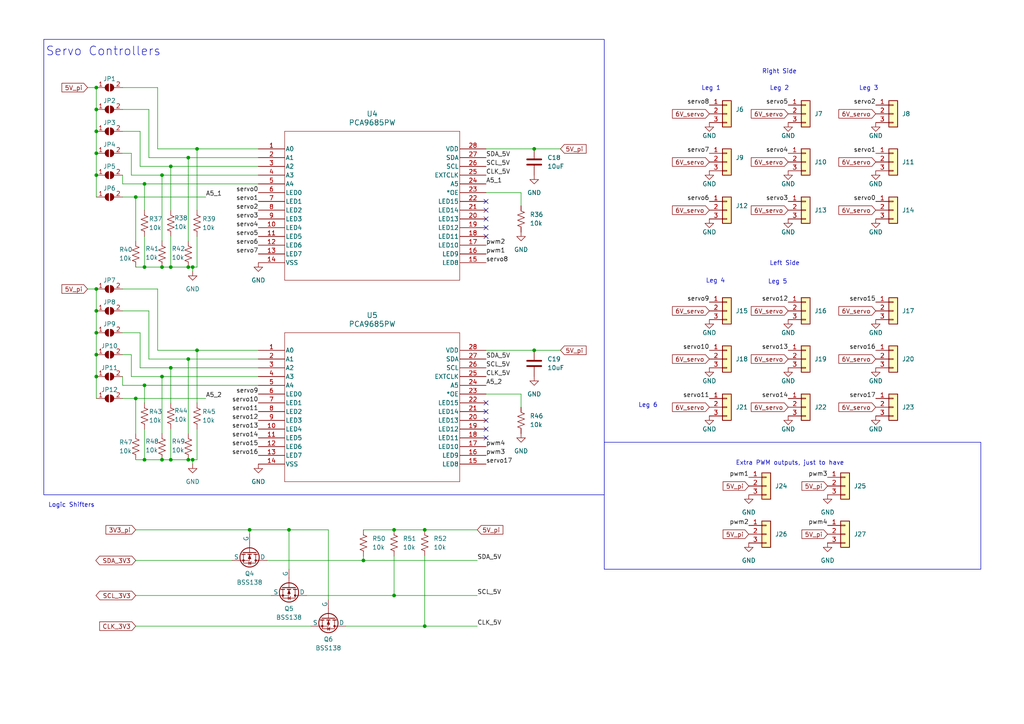
<source format=kicad_sch>
(kicad_sch (version 20231120) (generator "eeschema") (generator_version "8.0")
  (paper "A4")
  (lib_symbols
    (symbol "Alecs_Lib:PCA9685PW" (pin_names (offset 0.254))
      (property "Reference" "U" (at 33.02 10.16 0))
      (property "Value" "PCA9685PW" (at 33.02 7.62 0))
      (property "Footprint" "SOT361-1_NXP" (at 0 0 0))
      (property "Datasheet" "https://www.digikey.be/htmldatasheets/production/1640697/0/0/1/PCA9685-Datasheet.pdf" (at 0 0 0))
      (symbol "PCA9685PW_0_1"
        (polyline (pts (xy 7.62 -38.1) (xy 58.42 -38.1)) (stroke (width 0.127)))
        (polyline (pts (xy 7.62 5.08) (xy 7.62 -38.1)) (stroke (width 0.127)))
        (polyline (pts (xy 58.42 -38.1) (xy 58.42 5.08)) (stroke (width 0.127)))
        (polyline (pts (xy 58.42 5.08) (xy 7.62 5.08)) (stroke (width 0.127)))
        (pin unspecified line (at 0 0 0) (length 7.62) (name "A0") (number "1"))
        (pin unspecified line (at 0 -22.86 0) (length 7.62) (name "LED4") (number "10"))
        (pin unspecified line (at 0 -25.4 0) (length 7.62) (name "LED5") (number "11"))
        (pin unspecified line (at 0 -27.94 0) (length 7.62) (name "LED6") (number "12"))
        (pin unspecified line (at 0 -30.48 0) (length 7.62) (name "LED7") (number "13"))
        (pin unspecified line (at 0 -33.02 0) (length 7.62) (name "VSS") (number "14"))
        (pin unspecified line (at 66.04 -33.02 180) (length 7.62) (name "LED8") (number "15"))
        (pin unspecified line (at 66.04 -30.48 180) (length 7.62) (name "LED9") (number "16"))
        (pin unspecified line (at 66.04 -27.94 180) (length 7.62) (name "LED10") (number "17"))
        (pin unspecified line (at 66.04 -25.4 180) (length 7.62) (name "LED11") (number "18"))
        (pin unspecified line (at 66.04 -22.86 180) (length 7.62) (name "LED12") (number "19"))
        (pin unspecified line (at 0 -2.54 0) (length 7.62) (name "A1") (number "2"))
        (pin unspecified line (at 66.04 -20.32 180) (length 7.62) (name "LED13") (number "20"))
        (pin unspecified line (at 66.04 -17.78 180) (length 7.62) (name "LED14") (number "21"))
        (pin unspecified line (at 66.04 -15.24 180) (length 7.62) (name "LED15") (number "22"))
        (pin unspecified line (at 66.04 -12.7 180) (length 7.62) (name "*OE") (number "23"))
        (pin unspecified line (at 66.04 -10.16 180) (length 7.62) (name "A5") (number "24"))
        (pin unspecified line (at 66.04 -7.62 180) (length 7.62) (name "EXTCLK") (number "25"))
        (pin unspecified line (at 66.04 -5.08 180) (length 7.62) (name "SCL") (number "26"))
        (pin unspecified line (at 66.04 -2.54 180) (length 7.62) (name "SDA") (number "27"))
        (pin unspecified line (at 66.04 0 180) (length 7.62) (name "VDD") (number "28"))
        (pin unspecified line (at 0 -5.08 0) (length 7.62) (name "A2") (number "3"))
        (pin unspecified line (at 0 -7.62 0) (length 7.62) (name "A3") (number "4"))
        (pin unspecified line (at 0 -10.16 0) (length 7.62) (name "A4") (number "5"))
        (pin unspecified line (at 0 -12.7 0) (length 7.62) (name "LED0") (number "6"))
        (pin unspecified line (at 0 -15.24 0) (length 7.62) (name "LED1") (number "7"))
        (pin unspecified line (at 0 -17.78 0) (length 7.62) (name "LED2") (number "8"))
        (pin unspecified line (at 0 -20.32 0) (length 7.62) (name "LED3") (number "9"))
      )
    )
    (symbol "Connector_Generic:Conn_01x03" (pin_names (offset 1.016) hide)
      (property "Reference" "J" (at 0 5.08 0))
      (property "Value" "Conn_01x03" (at 0 -5.08 0))
      (symbol "Conn_01x03_1_1"
        (rectangle (start -1.27 -2.413) (end 0 -2.667) (stroke (width 0.1524)))
        (rectangle (start -1.27 0.127) (end 0 -0.127) (stroke (width 0.1524)))
        (rectangle (start -1.27 2.667) (end 0 2.413) (stroke (width 0.1524)))
        (rectangle (start -1.27 3.81) (end 1.27 -3.81) (stroke (width 0.254)) (fill (type background)))
        (pin passive line (at -5.08 2.54 0) (length 3.81) (name "Pin_1") (number "1"))
        (pin passive line (at -5.08 0 0) (length 3.81) (name "Pin_2") (number "2"))
        (pin passive line (at -5.08 -2.54 0) (length 3.81) (name "Pin_3") (number "3"))
      )
    )
    (symbol "Device:C" (pin_numbers hide) (pin_names (offset 0.254))
      (property "Reference" "C" (at 0.635 2.54 0))
      (property "Value" "C" (at 0.635 -2.54 0))
      (symbol "C_0_1"
        (polyline (pts (xy -2.032 -0.762) (xy 2.032 -0.762)) (stroke (width 0.508)))
        (polyline (pts (xy -2.032 0.762) (xy 2.032 0.762)) (stroke (width 0.508)))
      )
      (symbol "C_1_1"
        (pin passive line (at 0 3.81 270) (length 2.794) (name "~") (number "1"))
        (pin passive line (at 0 -3.81 90) (length 2.794) (name "~") (number "2"))
      )
    )
    (symbol "Device:R_US" (pin_numbers hide) (pin_names (offset 0))
      (property "Reference" "R" (at 2.54 0 90))
      (property "Value" "R_US" (at -2.54 0 90))
      (symbol "R_US_0_1"
        (polyline (pts (xy 0 -2.286) (xy 0 -2.54)))
        (polyline (pts (xy 0 2.286) (xy 0 2.54)))
        (polyline (pts (xy 0 -0.762) (xy 1.016 -1.143) (xy 0 -1.524) (xy -1.016 -1.905) (xy 0 -2.286)))
        (polyline (pts (xy 0 0.762) (xy 1.016 0.381) (xy 0 0) (xy -1.016 -0.381) (xy 0 -0.762)))
        (polyline (pts (xy 0 2.286) (xy 1.016 1.905) (xy 0 1.524) (xy -1.016 1.143) (xy 0 0.762)))
      )
      (symbol "R_US_1_1"
        (pin passive line (at 0 3.81 270) (length 1.27) (name "~") (number "1"))
        (pin passive line (at 0 -3.81 90) (length 1.27) (name "~") (number "2"))
      )
    )
    (symbol "GND_1" (power) (pin_numbers hide) (pin_names (offset 0) hide)
      (property "Value" "GND" (at 0 -3.81 0))
      (symbol "GND_1_0_1"
        (polyline (pts (xy 0 0) (xy 0 -1.27) (xy 1.27 -1.27) (xy 0 -2.54) (xy -1.27 -1.27) (xy 0 -1.27)))
      )
      (symbol "GND_1_1_1"
        (pin power_in line (at 0 0 270) (length 0) (name "~") (number "1"))
      )
    )
    (symbol "GND_2" (power) (pin_numbers hide) (pin_names (offset 0) hide)
      (property "Value" "GND" (at 0 -3.81 0))
      (symbol "GND_2_0_1"
        (polyline (pts (xy 0 0) (xy 0 -1.27) (xy 1.27 -1.27) (xy 0 -2.54) (xy -1.27 -1.27) (xy 0 -1.27)))
      )
      (symbol "GND_2_1_1"
        (pin power_in line (at 0 0 270) (length 0) (name "~") (number "1"))
      )
    )
    (symbol "Jumper:SolderJumper_2_Open" (pin_names (offset 0) hide)
      (property "Reference" "JP" (at 0 2.032 0))
      (property "Value" "SolderJumper_2_Open" (at 0 -2.54 0))
      (symbol "SolderJumper_2_Open_0_1"
        (arc (start -0.254 1.016) (mid -1.2656 0) (end -0.254 -1.016))
        (arc (start -0.254 1.016) (mid -1.2656 0) (end -0.254 -1.016) (fill (type outline)))
        (polyline (pts (xy -0.254 1.016) (xy -0.254 -1.016)))
        (polyline (pts (xy 0.254 1.016) (xy 0.254 -1.016)))
        (arc (start 0.254 -1.016) (mid 1.2656 0) (end 0.254 1.016))
        (arc (start 0.254 -1.016) (mid 1.2656 0) (end 0.254 1.016) (fill (type outline)))
      )
      (symbol "SolderJumper_2_Open_1_1"
        (pin passive line (at -3.81 0 0) (length 2.54) (name "A") (number "1"))
        (pin passive line (at 3.81 0 180) (length 2.54) (name "B") (number "2"))
      )
    )
    (symbol "Simulation_SPICE:NMOS" (pin_numbers hide) (pin_names (offset 0))
      (property "Reference" "Q" (at 5.08 1.27 0))
      (property "Value" "NMOS" (at 5.08 -1.27 0))
      (symbol "NMOS_0_1"
        (polyline (pts (xy 0.254 0) (xy -2.54 0)))
        (polyline (pts (xy 0.254 1.905) (xy 0.254 -1.905)) (stroke (width 0.254)))
        (polyline (pts (xy 0.762 -1.27) (xy 0.762 -2.286)) (stroke (width 0.254)))
        (polyline (pts (xy 0.762 0.508) (xy 0.762 -0.508)) (stroke (width 0.254)))
        (polyline (pts (xy 0.762 2.286) (xy 0.762 1.27)) (stroke (width 0.254)))
        (polyline (pts (xy 2.54 2.54) (xy 2.54 1.778)))
        (polyline (pts (xy 2.54 -2.54) (xy 2.54 0) (xy 0.762 0)))
        (polyline (pts (xy 0.762 -1.778) (xy 3.302 -1.778) (xy 3.302 1.778) (xy 0.762 1.778)))
        (polyline (pts (xy 1.016 0) (xy 2.032 0.381) (xy 2.032 -0.381) (xy 1.016 0)) (fill (type outline)))
        (polyline (pts (xy 2.794 0.508) (xy 2.921 0.381) (xy 3.683 0.381) (xy 3.81 0.254)))
        (polyline (pts (xy 3.302 0.381) (xy 2.921 -0.254) (xy 3.683 -0.254) (xy 3.302 0.381)))
        (circle (center 1.651 0) (radius 2.794) (stroke (width 0.254)))
        (circle (center 2.54 -1.778) (radius 0.254) (fill (type outline)))
        (circle (center 2.54 1.778) (radius 0.254) (fill (type outline)))
      )
      (symbol "NMOS_1_1"
        (pin passive line (at 2.54 5.08 270) (length 2.54) (name "D") (number "1"))
        (pin input line (at -5.08 0 0) (length 2.54) (name "G") (number "2"))
        (pin passive line (at 2.54 -5.08 90) (length 2.54) (name "S") (number "3"))
      )
    )
    (symbol "power:GND" (power) (pin_names (offset 0))
      (property "Value" "GND" (at 0 -3.81 0))
      (symbol "GND_0_1"
        (polyline (pts (xy 0 0) (xy 0 -1.27) (xy 1.27 -1.27) (xy 0 -2.54) (xy -1.27 -1.27) (xy 0 -1.27)))
      )
      (symbol "GND_1_1"
        (pin power_in line (at 0 0 270) (length 0) hide (name "GND") (number "1"))
      )
    )
  )
  (junction (at 105.41 162.56))
  (junction (at 154.94 43.18))
  (junction (at 83.82 153.67))
  (junction (at 41.91 53.34))
  (junction (at 39.37 57.15))
  (junction (at 49.53 77.47))
  (junction (at 27.94 44.45))
  (junction (at 55.88 77.47))
  (junction (at 27.94 31.75))
  (junction (at 27.94 102.87))
  (junction (at 46.99 50.8))
  (junction (at 123.19 153.67))
  (junction (at 57.15 101.6))
  (junction (at 27.94 50.8))
  (junction (at 27.94 25.4))
  (junction (at 49.53 48.26))
  (junction (at 114.3 153.67))
  (junction (at 46.99 109.22))
  (junction (at 154.94 101.6))
  (junction (at 41.91 111.76))
  (junction (at 27.94 83.82))
  (junction (at 27.94 96.52))
  (junction (at 27.94 38.1))
  (junction (at 27.94 90.17))
  (junction (at 49.53 133.35))
  (junction (at 54.61 133.35))
  (junction (at 57.15 43.18))
  (junction (at 41.91 77.47))
  (junction (at 123.19 181.61))
  (junction (at 55.88 133.35))
  (junction (at 39.37 115.57))
  (junction (at 114.3 172.72))
  (junction (at 54.61 77.47))
  (junction (at 54.61 45.72))
  (junction (at 27.94 109.22))
  (junction (at 72.39 153.67))
  (junction (at 54.61 104.14))
  (junction (at 46.99 133.35))
  (junction (at 46.99 77.47))
  (junction (at 41.91 133.35))
  (junction (at 49.53 106.68))
  (no_connect (at 140.97 121.92))
  (no_connect (at 140.97 127))
  (no_connect (at 140.97 116.84))
  (no_connect (at 140.97 119.38))
  (no_connect (at 140.97 124.46))
  (no_connect (at 140.97 58.42))
  (no_connect (at 140.97 60.96))
  (no_connect (at 140.97 68.58))
  (no_connect (at 140.97 66.04))
  (no_connect (at 140.97 63.5))
  (wire (pts (xy 54.61 133.35) (xy 55.88 133.35)))
  (wire (pts (xy 49.53 133.35) (xy 54.61 133.35)))
  (wire (pts (xy 27.94 90.17) (xy 27.94 96.52)))
  (wire (pts (xy 27.94 96.52) (xy 27.94 102.87)))
  (wire (pts (xy 123.19 181.61) (xy 123.19 161.29)))
  (wire (pts (xy 38.1 50.8) (xy 46.99 50.8)))
  (wire (pts (xy 41.91 111.76) (xy 41.91 116.84)))
  (wire (pts (xy 46.99 133.35) (xy 49.53 133.35)))
  (wire (pts (xy 123.19 181.61) (xy 138.43 181.61)))
  (wire (pts (xy 57.15 43.18) (xy 74.93 43.18)))
  (wire (pts (xy 83.82 153.67) (xy 83.82 165.1)))
  (wire (pts (xy 114.3 172.72) (xy 88.9 172.72)))
  (wire (pts (xy 77.47 162.56) (xy 105.41 162.56)))
  (wire (pts (xy 39.37 153.67) (xy 72.39 153.67)))
  (wire (pts (xy 46.99 50.8) (xy 74.93 50.8)))
  (wire (pts (xy 49.53 106.68) (xy 74.93 106.68)))
  (wire (pts (xy 35.56 25.4) (xy 45.72 25.4)))
  (wire (pts (xy 39.37 115.57) (xy 59.69 115.57)))
  (wire (pts (xy 35.56 50.8) (xy 35.56 53.34)))
  (wire (pts (xy 25.4 25.4) (xy 27.94 25.4)))
  (wire (pts (xy 27.94 44.45) (xy 27.94 50.8)))
  (wire (pts (xy 45.72 83.82) (xy 45.72 101.6)))
  (wire (pts (xy 105.41 162.56) (xy 138.43 162.56)))
  (wire (pts (xy 39.37 133.35) (xy 41.91 133.35)))
  (wire (pts (xy 105.41 161.29) (xy 105.41 162.56)))
  (wire (pts (xy 38.1 102.87) (xy 38.1 109.22)))
  (wire (pts (xy 57.15 133.35) (xy 55.88 133.35)))
  (wire (pts (xy 39.37 57.15) (xy 59.69 57.15)))
  (wire (pts (xy 114.3 161.29) (xy 114.3 172.72)))
  (wire (pts (xy 55.88 133.35) (xy 55.88 134.62)))
  (wire (pts (xy 54.61 104.14) (xy 54.61 125.73)))
  (wire (pts (xy 154.94 43.18) (xy 140.97 43.18)))
  (wire (pts (xy 27.94 25.4) (xy 27.94 31.75)))
  (wire (pts (xy 49.53 48.26) (xy 49.53 60.96)))
  (wire (pts (xy 57.15 68.58) (xy 57.15 77.47)))
  (wire (pts (xy 49.53 48.26) (xy 74.93 48.26)))
  (wire (pts (xy 46.99 50.8) (xy 46.99 69.85)))
  (wire (pts (xy 27.94 83.82) (xy 27.94 90.17)))
  (wire (pts (xy 57.15 101.6) (xy 74.93 101.6)))
  (wire (pts (xy 41.91 124.46) (xy 41.91 133.35)))
  (wire (pts (xy 41.91 133.35) (xy 46.99 133.35)))
  (wire (pts (xy 39.37 181.61) (xy 90.17 181.61)))
  (wire (pts (xy 151.13 55.88) (xy 151.13 59.69)))
  (wire (pts (xy 35.56 38.1) (xy 40.64 38.1)))
  (wire (pts (xy 40.64 38.1) (xy 40.64 48.26)))
  (wire (pts (xy 27.94 31.75) (xy 27.94 38.1)))
  (wire (pts (xy 162.56 43.18) (xy 154.94 43.18)))
  (wire (pts (xy 83.82 153.67) (xy 95.25 153.67)))
  (wire (pts (xy 35.56 44.45) (xy 38.1 44.45)))
  (wire (pts (xy 46.99 77.47) (xy 49.53 77.47)))
  (wire (pts (xy 43.18 45.72) (xy 54.61 45.72)))
  (wire (pts (xy 45.72 101.6) (xy 57.15 101.6)))
  (wire (pts (xy 49.53 77.47) (xy 54.61 77.47)))
  (wire (pts (xy 35.56 83.82) (xy 45.72 83.82)))
  (wire (pts (xy 114.3 172.72) (xy 138.43 172.72)))
  (wire (pts (xy 39.37 77.47) (xy 41.91 77.47)))
  (wire (pts (xy 43.18 31.75) (xy 43.18 45.72)))
  (wire (pts (xy 140.97 114.3) (xy 151.13 114.3)))
  (wire (pts (xy 27.94 102.87) (xy 27.94 109.22)))
  (wire (pts (xy 25.4 83.82) (xy 27.94 83.82)))
  (wire (pts (xy 151.13 114.3) (xy 151.13 118.11)))
  (wire (pts (xy 55.88 77.47) (xy 55.88 78.74)))
  (wire (pts (xy 46.99 109.22) (xy 46.99 125.73)))
  (wire (pts (xy 54.61 77.47) (xy 55.88 77.47)))
  (wire (pts (xy 35.56 57.15) (xy 39.37 57.15)))
  (wire (pts (xy 114.3 153.67) (xy 123.19 153.67)))
  (wire (pts (xy 27.94 109.22) (xy 27.94 115.57)))
  (wire (pts (xy 95.25 153.67) (xy 95.25 173.99)))
  (wire (pts (xy 49.53 106.68) (xy 49.53 116.84)))
  (wire (pts (xy 35.56 115.57) (xy 39.37 115.57)))
  (wire (pts (xy 27.94 38.1) (xy 27.94 44.45)))
  (wire (pts (xy 40.64 48.26) (xy 49.53 48.26)))
  (wire (pts (xy 154.94 101.6) (xy 140.97 101.6)))
  (wire (pts (xy 100.33 181.61) (xy 123.19 181.61)))
  (wire (pts (xy 39.37 57.15) (xy 39.37 69.85)))
  (wire (pts (xy 57.15 43.18) (xy 57.15 60.96)))
  (wire (pts (xy 140.97 55.88) (xy 151.13 55.88)))
  (wire (pts (xy 41.91 77.47) (xy 46.99 77.47)))
  (wire (pts (xy 27.94 50.8) (xy 27.94 57.15)))
  (wire (pts (xy 35.56 31.75) (xy 43.18 31.75)))
  (wire (pts (xy 35.56 109.22) (xy 35.56 111.76)))
  (wire (pts (xy 57.15 124.46) (xy 57.15 133.35)))
  (wire (pts (xy 46.99 109.22) (xy 74.93 109.22)))
  (wire (pts (xy 49.53 68.58) (xy 49.53 77.47)))
  (wire (pts (xy 39.37 162.56) (xy 67.31 162.56)))
  (wire (pts (xy 35.56 90.17) (xy 43.18 90.17)))
  (wire (pts (xy 39.37 115.57) (xy 39.37 125.73)))
  (wire (pts (xy 43.18 104.14) (xy 54.61 104.14)))
  (wire (pts (xy 38.1 44.45) (xy 38.1 50.8)))
  (wire (pts (xy 40.64 106.68) (xy 49.53 106.68)))
  (wire (pts (xy 41.91 68.58) (xy 41.91 77.47)))
  (wire (pts (xy 105.41 153.67) (xy 114.3 153.67)))
  (wire (pts (xy 35.56 96.52) (xy 40.64 96.52)))
  (wire (pts (xy 35.56 53.34) (xy 41.91 53.34)))
  (wire (pts (xy 41.91 53.34) (xy 41.91 60.96)))
  (wire (pts (xy 35.56 111.76) (xy 41.91 111.76)))
  (wire (pts (xy 41.91 53.34) (xy 74.93 53.34)))
  (wire (pts (xy 72.39 153.67) (xy 83.82 153.67)))
  (wire (pts (xy 49.53 124.46) (xy 49.53 133.35)))
  (wire (pts (xy 57.15 101.6) (xy 57.15 116.84)))
  (wire (pts (xy 45.72 25.4) (xy 45.72 43.18)))
  (wire (pts (xy 57.15 77.47) (xy 55.88 77.47)))
  (wire (pts (xy 54.61 45.72) (xy 74.93 45.72)))
  (wire (pts (xy 54.61 104.14) (xy 74.93 104.14)))
  (wire (pts (xy 123.19 153.67) (xy 138.43 153.67)))
  (wire (pts (xy 72.39 153.67) (xy 72.39 154.94)))
  (wire (pts (xy 40.64 96.52) (xy 40.64 106.68)))
  (wire (pts (xy 41.91 111.76) (xy 74.93 111.76)))
  (wire (pts (xy 45.72 43.18) (xy 57.15 43.18)))
  (wire (pts (xy 38.1 109.22) (xy 46.99 109.22)))
  (wire (pts (xy 35.56 102.87) (xy 38.1 102.87)))
  (wire (pts (xy 54.61 45.72) (xy 54.61 69.85)))
  (wire (pts (xy 39.37 172.72) (xy 78.74 172.72)))
  (wire (pts (xy 43.18 90.17) (xy 43.18 104.14)))
  (wire (pts (xy 162.56 101.6) (xy 154.94 101.6)))
  (rectangle (start 175.26 128.27) (end 284.48 165.1))
  (rectangle (start 12.7 11.43) (end 175.26 143.51))
  (text "Leg 3" (at 251.968 25.654 0) (effects (font (size 1.27 1.27))))
  (text "Leg 2" (at 226.06 25.654 0) (effects (font (size 1.27 1.27))))
  (text "Extra PWM outputs, just to have" (at 229.108 134.366 0) (effects (font (size 1.27 1.27))))
  (text "Right Side" (at 226.06 20.828 0) (effects (font (size 1.27 1.27))))
  (text "Leg 6" (at 187.96 117.602 0) (effects (font (size 1.27 1.27))))
  (text "Logic Shifters" (at 13.97 147.32 0) (effects (font (size 1.27 1.27)) (justify left bottom)))
  (text "Leg 4" (at 207.518 81.534 0) (effects (font (size 1.27 1.27))))
  (text "Leg 5" (at 225.552 81.788 0) (effects (font (size 1.27 1.27))))
  (text "Left Side" (at 227.584 76.454 0) (effects (font (size 1.27 1.27))))
  (text "Leg 1\n" (at 206.248 25.654 0) (effects (font (size 1.27 1.27))))
  (text "Servo Controllers" (at 29.972 14.986 0) (effects (font (size 2.54 2.54))))
  (label "servo9" (at 74.93 114.3 180))
  (label "servo7" (at 74.93 73.66 180))
  (label "pwm1" (at 140.97 73.66 0))
  (label "SCL_5V" (at 140.97 48.26 0))
  (label "servo10" (at 205.74 101.6 180))
  (label "SCL_5V" (at 140.97 106.68 0))
  (label "servo1" (at 254 44.45 180))
  (label "A5_2" (at 59.69 115.57 0))
  (label "servo2" (at 74.93 60.96 180))
  (label "servo15" (at 74.93 129.54 180))
  (label "servo11" (at 205.74 115.57 180))
  (label "SDA_5V" (at 140.97 104.14 0))
  (label "pwm3" (at 240.03 138.43 180))
  (label "A5_1" (at 59.69 57.15 0))
  (label "servo13" (at 74.93 124.46 180))
  (label "servo2" (at 254 30.48 180))
  (label "SCL_5V" (at 138.43 172.72 0))
  (label "servo5" (at 74.93 68.58 180))
  (label "SDA_5V" (at 138.43 162.56 0))
  (label "CLK_5V" (at 140.97 109.22 0))
  (label "servo10" (at 74.93 116.84 180))
  (label "A5_1" (at 140.97 53.34 0))
  (label "pwm2" (at 217.17 152.4 180))
  (label "servo17" (at 140.97 134.62 0))
  (label "servo1" (at 74.93 58.42 180))
  (label "servo0" (at 74.93 55.88 180))
  (label "pwm1" (at 217.17 138.43 180))
  (label "servo14" (at 74.93 127 180))
  (label "A5_2" (at 140.97 111.76 0))
  (label "servo17" (at 254 115.57 180))
  (label "servo11" (at 74.93 119.38 180))
  (label "servo3" (at 74.93 63.5 180))
  (label "pwm3" (at 140.97 132.08 0))
  (label "servo4" (at 228.6 44.45 180))
  (label "servo0" (at 254 58.42 180))
  (label "servo5" (at 228.6 30.48 180))
  (label "servo14" (at 228.6 115.57 180))
  (label "servo13" (at 228.6 101.6 180))
  (label "pwm4" (at 140.97 129.54 0))
  (label "servo9" (at 205.74 87.63 180))
  (label "servo16" (at 254 101.6 180))
  (label "servo6" (at 205.74 58.42 180))
  (label "servo4" (at 74.93 66.04 180))
  (label "CLK_5V" (at 140.97 50.8 0))
  (label "servo15" (at 254 87.63 180))
  (label "servo6" (at 74.93 71.12 180))
  (label "servo8" (at 205.74 30.48 180))
  (label "pwm2" (at 140.97 71.12 0))
  (label "servo3" (at 228.6 58.42 180))
  (label "SDA_5V" (at 140.97 45.72 0))
  (label "servo7" (at 205.74 44.45 180))
  (label "servo8" (at 140.97 76.2 0))
  (label "CLK_5V" (at 138.43 181.61 0))
  (label "servo12" (at 74.93 121.92 180))
  (label "servo16" (at 74.93 132.08 180))
  (label "servo12" (at 228.6 87.63 180))
  (label "pwm4" (at 240.03 152.4 180))
  (global_label "6V_servo" (shape input) (at 254 104.14 180) (property "Intersheetrefs" "${INTERSHEET_REFS}" (effects (hide yes))))
  (global_label "6V_servo" (shape input) (at 205.74 118.11 180) (property "Intersheetrefs" "${INTERSHEET_REFS}" (effects (hide yes))))
  (global_label "SDA_3V3" (shape bidirectional) (at 39.37 162.56 180) (property "Intersheetrefs" "${INTERSHEET_REFS}" (effects (hide yes))))
  (global_label "6V_servo" (shape input) (at 228.6 33.02 180) (property "Intersheetrefs" "${INTERSHEET_REFS}" (effects (hide yes))))
  (global_label "6V_servo" (shape input) (at 254 118.11 180) (property "Intersheetrefs" "${INTERSHEET_REFS}" (effects (hide yes))))
  (global_label "5V_pi" (shape input) (at 25.4 83.82 180) (property "Intersheetrefs" "${INTERSHEET_REFS}" (effects (hide yes))))
  (global_label "5V_pi" (shape input) (at 217.17 140.97 180) (property "Intersheetrefs" "${INTERSHEET_REFS}" (effects (hide yes))))
  (global_label "CLK_3V3" (shape input) (at 39.37 181.61 180) (property "Intersheetrefs" "${INTERSHEET_REFS}" (effects (hide yes))))
  (global_label "5V_pi" (shape input) (at 25.4 25.4 180) (property "Intersheetrefs" "${INTERSHEET_REFS}" (effects (hide yes))))
  (global_label "6V_servo" (shape input) (at 205.74 90.17 180) (property "Intersheetrefs" "${INTERSHEET_REFS}" (effects (hide yes))))
  (global_label "5V_pi" (shape input) (at 217.17 154.94 180) (property "Intersheetrefs" "${INTERSHEET_REFS}" (effects (hide yes))))
  (global_label "5V_pi" (shape input) (at 138.43 153.67 0) (property "Intersheetrefs" "${INTERSHEET_REFS}" (effects (hide yes))))
  (global_label "6V_servo" (shape input) (at 228.6 90.17 180) (property "Intersheetrefs" "${INTERSHEET_REFS}" (effects (hide yes))))
  (global_label "6V_servo" (shape input) (at 228.6 118.11 180) (property "Intersheetrefs" "${INTERSHEET_REFS}" (effects (hide yes))))
  (global_label "5V_pi" (shape input) (at 162.56 101.6 0) (property "Intersheetrefs" "${INTERSHEET_REFS}" (effects (hide yes))))
  (global_label "5V_pi" (shape input) (at 162.56 43.18 0) (property "Intersheetrefs" "${INTERSHEET_REFS}" (effects (hide yes))))
  (global_label "6V_servo" (shape input) (at 254 90.17 180) (property "Intersheetrefs" "${INTERSHEET_REFS}" (effects (hide yes))))
  (global_label "3V3_pi" (shape input) (at 39.37 153.67 180) (property "Intersheetrefs" "${INTERSHEET_REFS}" (effects (hide yes))))
  (global_label "6V_servo" (shape input) (at 254 33.02 180) (property "Intersheetrefs" "${INTERSHEET_REFS}" (effects (hide yes))))
  (global_label "6V_servo" (shape input) (at 228.6 60.96 180) (property "Intersheetrefs" "${INTERSHEET_REFS}" (effects (hide yes))))
  (global_label "6V_servo" (shape input) (at 205.74 104.14 180) (property "Intersheetrefs" "${INTERSHEET_REFS}" (effects (hide yes))))
  (global_label "6V_servo" (shape input) (at 254 60.96 180) (property "Intersheetrefs" "${INTERSHEET_REFS}" (effects (hide yes))))
  (global_label "5V_pi" (shape input) (at 240.03 154.94 180) (property "Intersheetrefs" "${INTERSHEET_REFS}" (effects (hide yes))))
  (global_label "6V_servo" (shape input) (at 228.6 104.14 180) (property "Intersheetrefs" "${INTERSHEET_REFS}" (effects (hide yes))))
  (global_label "6V_servo" (shape input) (at 205.74 33.02 180) (property "Intersheetrefs" "${INTERSHEET_REFS}" (effects (hide yes))))
  (global_label "6V_servo" (shape input) (at 205.74 60.96 180) (property "Intersheetrefs" "${INTERSHEET_REFS}" (effects (hide yes))))
  (global_label "6V_servo" (shape input) (at 228.6 46.99 180) (property "Intersheetrefs" "${INTERSHEET_REFS}" (effects (hide yes))))
  (global_label "6V_servo" (shape input) (at 254 46.99 180) (property "Intersheetrefs" "${INTERSHEET_REFS}" (effects (hide yes))))
  (global_label "6V_servo" (shape input) (at 205.74 46.99 180) (property "Intersheetrefs" "${INTERSHEET_REFS}" (effects (hide yes))))
  (global_label "SCL_3V3" (shape bidirectional) (at 39.37 172.72 180) (property "Intersheetrefs" "${INTERSHEET_REFS}" (effects (hide yes))))
  (global_label "5V_pi" (shape input) (at 240.03 140.97 180) (property "Intersheetrefs" "${INTERSHEET_REFS}" (effects (hide yes))))
  (symbol (lib_id "Connector_Generic:Conn_01x03") (at 259.08 46.99 0) (unit 1)
    (property "Reference" "J11" (at 261.62 46.9899 0) (effects (justify left)))
    (property "Value" "Conn_01x03" (effects (hide yes)))
    (property "Footprint" "Connector_PinSocket_2.54mm:PinSocket_1x03_P2.54mm_Vertical" (effects (hide yes)))
    (property "PART-NUMBER" "M20-9990345" (effects (hide yes)))
  )
  (symbol (lib_id "Simulation_SPICE:NMOS") (at 83.82 170.18 270) (unit 1)
    (property "Reference" "Q5" (at 83.82 176.53 90))
    (property "Value" "BSS138" (at 83.82 179.07 90))
    (property "Footprint" "Spiderbot:SOT-23_3L_ONS" (effects (hide yes)))
    (property "Datasheet" "https://ngspice.sourceforge.io/docs/ngspice-html-manual/manual.xhtml#cha_MOSFETs" (effects (hide yes)))
    (property "Description" "N-MOSFET transistor, drain/source/gate" (effects (hide yes)))
    (property "Sim.Device" "NMOS" (effects (hide yes)))
    (property "Sim.Type" "VDMOS" (effects (hide yes)))
    (property "Sim.Pins" "1=D 2=G 3=S" (effects (hide yes)))
    (property "Link" "https://www.digikey.com/en/products/detail/onsemi/BSS138/244210" (effects (hide yes)))
    (property "PART-NUMBER" "BSS138CT-ND" (effects (hide yes)))
  )
  (symbol (lib_id "power:GND") (at 254 106.68 0) (unit 1)
    (property "Reference" "#PWR049" (effects (hide yes)))
    (property "Value" "GND" (at 254 110.49 0))
  )
  (symbol (lib_id "power:GND") (at 205.74 49.53 0) (unit 1)
    (property "Reference" "#PWR034" (effects (hide yes)))
    (property "Value" "GND" (at 205.74 53.34 0))
  )
  (symbol (lib_id "Connector_Generic:Conn_01x03") (at 210.82 118.11 0) (unit 1)
    (property "Reference" "J21" (at 213.36 118.1099 0) (effects (justify left)))
    (property "Value" "Conn_01x03" (effects (hide yes)))
    (property "Footprint" "Connector_PinSocket_2.54mm:PinSocket_1x03_P2.54mm_Vertical" (effects (hide yes)))
    (property "PART-NUMBER" "M20-9990345" (effects (hide yes)))
  )
  (symbol (lib_id "Jumper:SolderJumper_2_Open") (at 31.75 50.8 0) (unit 1)
    (property "Reference" "JP5" (at 31.75 48.26 0))
    (property "Value" "SolderJumper_2_Open" (effects (hide yes)))
    (property "Footprint" "Resistor_SMD:R_0603_1608Metric_Pad0.98x0.95mm_HandSolder" (effects (hide yes)))
  )
  (symbol (lib_id "Device:R_US") (at 49.53 120.65 0) (unit 1)
    (property "Reference" "R44" (at 50.546 119.126 0) (effects (justify left)))
    (property "Value" "10k" (at 50.546 121.666 0) (effects (justify left)))
    (property "Footprint" "Resistor_SMD:R_0603_1608Metric_Pad0.98x0.95mm_HandSolder" (effects (hide yes)))
    (property "Description" "Resistor, US symbol" (effects (hide yes)))
    (property "PART-NUMBER" "CPF0603F10KC1" (effects (hide yes)))
  )
  (symbol (lib_id "Device:R_US") (at 39.37 129.54 0) (unit 1)
    (property "Reference" "R47" (at 34.544 128.27 0) (effects (justify left)))
    (property "Value" "10k" (at 34.544 130.81 0) (effects (justify left)))
    (property "Footprint" "Resistor_SMD:R_0603_1608Metric_Pad0.98x0.95mm_HandSolder" (effects (hide yes)))
    (property "Description" "Resistor, US symbol" (effects (hide yes)))
    (property "PART-NUMBER" "CPF0603F10KC1" (effects (hide yes)))
  )
  (symbol (lib_id "Device:R_US") (at 41.91 120.65 0) (unit 1)
    (property "Reference" "R43" (at 43.18 119.38 0) (effects (justify left)))
    (property "Value" "10k" (at 43.18 121.92 0) (effects (justify left)))
    (property "Footprint" "Resistor_SMD:R_0603_1608Metric_Pad0.98x0.95mm_HandSolder" (effects (hide yes)))
    (property "Description" "Resistor, US symbol" (effects (hide yes)))
    (property "PART-NUMBER" "CPF0603F10KC1" (effects (hide yes)))
  )
  (symbol (lib_id "Simulation_SPICE:NMOS") (at 95.25 179.07 270) (unit 1)
    (property "Reference" "Q6" (at 95.25 185.42 90))
    (property "Value" "BSS138" (at 95.25 187.96 90))
    (property "Footprint" "Spiderbot:SOT-23_3L_ONS" (effects (hide yes)))
    (property "Datasheet" "https://ngspice.sourceforge.io/docs/ngspice-html-manual/manual.xhtml#cha_MOSFETs" (effects (hide yes)))
    (property "Description" "N-MOSFET transistor, drain/source/gate" (effects (hide yes)))
    (property "Sim.Device" "NMOS" (effects (hide yes)))
    (property "Sim.Type" "VDMOS" (effects (hide yes)))
    (property "Sim.Pins" "1=D 2=G 3=S" (effects (hide yes)))
    (property "Link" "https://www.digikey.com/en/products/detail/onsemi/BSS138/244210" (effects (hide yes)))
    (property "PART-NUMBER" "BSS138CT-ND" (effects (hide yes)))
  )
  (symbol (lib_id "power:GND") (at 74.93 134.62 0) (unit 1)
    (property "Reference" "#PWR055" (effects (hide yes)))
    (property "Value" "GND" (at 74.93 139.7 0))
  )
  (symbol (lib_name "GND_2") (lib_id "power:GND") (at 55.88 78.74 0) (unit 1)
    (property "Reference" "#PWR042" (effects (hide yes)))
    (property "Value" "GND" (at 55.88 83.82 0))
    (property "Description" "Power symbol creates a global label with name \"GND\" , ground" (effects (hide yes)))
  )
  (symbol (lib_id "Connector_Generic:Conn_01x03") (at 233.68 33.02 0) (unit 1)
    (property "Reference" "J7" (at 236.22 33.0199 0) (effects (justify left)))
    (property "Value" "Conn_01x03" (effects (hide yes)))
    (property "Footprint" "Connector_PinSocket_2.54mm:PinSocket_1x03_P2.54mm_Vertical" (effects (hide yes)))
    (property "PART-NUMBER" "M20-9990345" (effects (hide yes)))
  )
  (symbol (lib_id "Connector_Generic:Conn_01x03") (at 233.68 46.99 0) (unit 1)
    (property "Reference" "J10" (at 236.22 46.9899 0) (effects (justify left)))
    (property "Value" "Conn_01x03" (effects (hide yes)))
    (property "Footprint" "Connector_PinSocket_2.54mm:PinSocket_1x03_P2.54mm_Vertical" (effects (hide yes)))
    (property "PART-NUMBER" "M20-9990345" (effects (hide yes)))
  )
  (symbol (lib_id "power:GND") (at 254 35.56 0) (unit 1)
    (property "Reference" "#PWR032" (effects (hide yes)))
    (property "Value" "GND" (at 254 39.37 0))
  )
  (symbol (lib_id "Connector_Generic:Conn_01x03") (at 259.08 60.96 0) (unit 1)
    (property "Reference" "J14" (at 261.62 60.9599 0) (effects (justify left)))
    (property "Value" "Conn_01x03" (effects (hide yes)))
    (property "Footprint" "Connector_PinSocket_2.54mm:PinSocket_1x03_P2.54mm_Vertical" (effects (hide yes)))
    (property "PART-NUMBER" "M20-9990345" (effects (hide yes)))
  )
  (symbol (lib_id "Device:R_US") (at 123.19 157.48 0) (unit 1)
    (property "Reference" "R52" (at 125.73 156.2099 0) (effects (justify left)))
    (property "Value" "10k" (at 125.73 158.7499 0) (effects (justify left)))
    (property "Footprint" "Resistor_SMD:R_0603_1608Metric_Pad0.98x0.95mm_HandSolder" (effects (hide yes)))
    (property "Description" "Resistor, US symbol" (effects (hide yes)))
    (property "PART-NUMBER" "CPF0603F10KC1" (effects (hide yes)))
  )
  (symbol (lib_id "Jumper:SolderJumper_2_Open") (at 31.75 109.22 0) (unit 1)
    (property "Reference" "JP11" (at 31.75 106.68 0))
    (property "Value" "SolderJumper_2_Open" (effects (hide yes)))
    (property "Footprint" "Resistor_SMD:R_0603_1608Metric_Pad0.98x0.95mm_HandSolder" (effects (hide yes)))
  )
  (symbol (lib_id "Connector_Generic:Conn_01x03") (at 233.68 118.11 0) (unit 1)
    (property "Reference" "J22" (at 236.22 118.1099 0) (effects (justify left)))
    (property "Value" "Conn_01x03" (effects (hide yes)))
    (property "Footprint" "Connector_PinSocket_2.54mm:PinSocket_1x03_P2.54mm_Vertical" (effects (hide yes)))
    (property "PART-NUMBER" "M20-9990345" (effects (hide yes)))
  )
  (symbol (lib_id "Device:R_US") (at 39.37 73.66 0) (unit 1)
    (property "Reference" "R40" (at 34.544 72.39 0) (effects (justify left)))
    (property "Value" "10k" (at 34.544 74.93 0) (effects (justify left)))
    (property "Footprint" "Resistor_SMD:R_0603_1608Metric_Pad0.98x0.95mm_HandSolder" (effects (hide yes)))
    (property "Description" "Resistor, US symbol" (effects (hide yes)))
    (property "PART-NUMBER" "CPF0603F10KC1" (effects (hide yes)))
  )
  (symbol (lib_id "Device:R_US") (at 114.3 157.48 0) (unit 1)
    (property "Reference" "R51" (at 116.84 156.2099 0) (effects (justify left)))
    (property "Value" "10k" (at 116.84 158.7499 0) (effects (justify left)))
    (property "Footprint" "Resistor_SMD:R_0603_1608Metric_Pad0.98x0.95mm_HandSolder" (effects (hide yes)))
    (property "Description" "Resistor, US symbol" (effects (hide yes)))
    (property "PART-NUMBER" "CPF0603F10KC1" (effects (hide yes)))
  )
  (symbol (lib_id "power:GND") (at 205.74 106.68 0) (unit 1)
    (property "Reference" "#PWR047" (effects (hide yes)))
    (property "Value" "GND" (at 205.74 110.49 0))
  )
  (symbol (lib_id "Alecs_Lib:PCA9685PW") (at 74.93 43.18 0) (unit 1)
    (property "Reference" "U4" (at 107.95 33.02 0) (effects (font (size 1.524 1.524))))
    (property "Value" "PCA9685PW" (at 107.95 35.56 0) (effects (font (size 1.524 1.524))))
    (property "Footprint" "Spiderbot:SOT361-1_NXP" (effects (hide yes)))
    (property "Datasheet" "https://www.nxp.com/docs/en/data-sheet/PCA9685.pdf" (effects (hide yes)))
    (property "Link" "https://www.digikey.com/en/products/detail/nxp-usa-inc/PCA9685PW-112/2034324" (effects (hide yes)))
    (property "PART-NUMBER" "568-8366-5-ND" (effects (hide yes)))
  )
  (symbol (lib_id "power:GND") (at 254 63.5 0) (unit 1)
    (property "Reference" "#PWR040" (effects (hide yes)))
    (property "Value" "GND" (at 254 67.31 0))
  )
  (symbol (lib_id "power:GND") (at 228.6 106.68 0) (unit 1)
    (property "Reference" "#PWR048" (effects (hide yes)))
    (property "Value" "GND" (at 228.6 110.49 0))
  )
  (symbol (lib_id "Device:R_US") (at 46.99 129.54 0) (unit 1)
    (property "Reference" "R48" (at 42.164 128.016 0) (effects (justify left)))
    (property "Value" "10k" (at 42.164 130.556 0) (effects (justify left)))
    (property "Footprint" "Resistor_SMD:R_0603_1608Metric_Pad0.98x0.95mm_HandSolder" (effects (hide yes)))
    (property "Description" "Resistor, US symbol" (effects (hide yes)))
    (property "PART-NUMBER" "CPF0603F10KC1" (effects (hide yes)))
  )
  (symbol (lib_id "Connector_Generic:Conn_01x03") (at 222.25 154.94 0) (unit 1)
    (property "Reference" "J26" (at 224.79 154.9399 0) (effects (justify left)))
    (property "Value" "Conn_01x03" (effects (hide yes)))
    (property "Footprint" "Connector_PinSocket_2.54mm:PinSocket_1x03_P2.54mm_Vertical" (effects (hide yes)))
    (property "PART-NUMBER" "M20-9990345" (effects (hide yes)))
  )
  (symbol (lib_id "Jumper:SolderJumper_2_Open") (at 31.75 83.82 0) (unit 1)
    (property "Reference" "JP7" (at 31.75 81.28 0))
    (property "Value" "SolderJumper_2_Open" (effects (hide yes)))
    (property "Footprint" "Resistor_SMD:R_0603_1608Metric_Pad0.98x0.95mm_HandSolder" (effects (hide yes)))
  )
  (symbol (lib_id "Jumper:SolderJumper_2_Open") (at 31.75 57.15 0) (unit 1)
    (property "Reference" "JP6" (at 31.75 54.61 0))
    (property "Value" "SolderJumper_2_Open" (effects (hide yes)))
    (property "Footprint" "Resistor_SMD:R_0603_1608Metric_Pad0.98x0.95mm_HandSolder" (effects (hide yes)))
  )
  (symbol (lib_id "Connector_Generic:Conn_01x03") (at 222.25 140.97 0) (unit 1)
    (property "Reference" "J24" (at 224.79 140.9699 0) (effects (justify left)))
    (property "Value" "Conn_01x03" (effects (hide yes)))
    (property "Footprint" "Connector_PinSocket_2.54mm:PinSocket_1x03_P2.54mm_Vertical" (effects (hide yes)))
    (property "PART-NUMBER" "M20-9990345" (effects (hide yes)))
  )
  (symbol (lib_id "power:GND") (at 254 49.53 0) (unit 1)
    (property "Reference" "#PWR036" (effects (hide yes)))
    (property "Value" "GND" (at 254 53.34 0))
  )
  (symbol (lib_id "Jumper:SolderJumper_2_Open") (at 31.75 115.57 0) (unit 1)
    (property "Reference" "JP12" (at 31.75 113.03 0))
    (property "Value" "SolderJumper_2_Open" (effects (hide yes)))
    (property "Footprint" "Resistor_SMD:R_0603_1608Metric_Pad0.98x0.95mm_HandSolder" (effects (hide yes)))
  )
  (symbol (lib_id "Connector_Generic:Conn_01x03") (at 233.68 60.96 0) (unit 1)
    (property "Reference" "J13" (at 236.22 60.9599 0) (effects (justify left)))
    (property "Value" "Conn_01x03" (effects (hide yes)))
    (property "Footprint" "Connector_PinSocket_2.54mm:PinSocket_1x03_P2.54mm_Vertical" (effects (hide yes)))
    (property "PART-NUMBER" "M20-9990345" (effects (hide yes)))
  )
  (symbol (lib_id "Connector_Generic:Conn_01x03") (at 245.11 154.94 0) (unit 1)
    (property "Reference" "J27" (at 247.65 154.9399 0) (effects (justify left)))
    (property "Value" "Conn_01x03" (effects (hide yes)))
    (property "Footprint" "Connector_PinSocket_2.54mm:PinSocket_1x03_P2.54mm_Vertical" (effects (hide yes)))
    (property "PART-NUMBER" "M20-9990345" (effects (hide yes)))
  )
  (symbol (lib_id "Device:R_US") (at 41.91 64.77 0) (unit 1)
    (property "Reference" "R37" (at 43.18 63.5 0) (effects (justify left)))
    (property "Value" "10k" (at 43.18 66.04 0) (effects (justify left)))
    (property "Footprint" "Resistor_SMD:R_0603_1608Metric_Pad0.98x0.95mm_HandSolder" (effects (hide yes)))
    (property "Description" "Resistor, US symbol" (effects (hide yes)))
    (property "PART-NUMBER" "CPF0603F10KC1" (effects (hide yes)))
  )
  (symbol (lib_id "power:GND") (at 154.94 50.8 0) (unit 1)
    (property "Reference" "#PWR033" (effects (hide yes)))
    (property "Value" "GND" (at 154.94 55.88 0))
  )
  (symbol (lib_id "power:GND") (at 228.6 35.56 0) (unit 1)
    (property "Reference" "#PWR031" (effects (hide yes)))
    (property "Value" "GND" (at 228.6 39.37 0))
  )
  (symbol (lib_id "Connector_Generic:Conn_01x03") (at 259.08 118.11 0) (unit 1)
    (property "Reference" "J23" (at 261.62 118.1099 0) (effects (justify left)))
    (property "Value" "Conn_01x03" (effects (hide yes)))
    (property "Footprint" "Connector_PinSocket_2.54mm:PinSocket_1x03_P2.54mm_Vertical" (effects (hide yes)))
    (property "PART-NUMBER" "M20-9990345" (effects (hide yes)))
  )
  (symbol (lib_id "Simulation_SPICE:NMOS") (at 72.39 160.02 270) (unit 1)
    (property "Reference" "Q4" (at 72.39 166.37 90))
    (property "Value" "BSS138" (at 72.39 168.91 90))
    (property "Footprint" "Spiderbot:SOT-23_3L_ONS" (effects (hide yes)))
    (property "Datasheet" "https://ngspice.sourceforge.io/docs/ngspice-html-manual/manual.xhtml#cha_MOSFETs" (effects (hide yes)))
    (property "Description" "N-MOSFET transistor, drain/source/gate" (effects (hide yes)))
    (property "Sim.Device" "NMOS" (effects (hide yes)))
    (property "Sim.Type" "VDMOS" (effects (hide yes)))
    (property "Sim.Pins" "1=D 2=G 3=S" (effects (hide yes)))
    (property "Link" "https://www.digikey.com/en/products/detail/onsemi/BSS138/244210" (effects (hide yes)))
    (property "PART-NUMBER" "BSS138CT-ND" (effects (hide yes)))
  )
  (symbol (lib_id "power:GND") (at 151.13 125.73 0) (unit 1)
    (property "Reference" "#PWR050" (effects (hide yes)))
    (property "Value" "GND" (at 151.13 130.81 0))
  )
  (symbol (lib_id "power:GND") (at 154.94 109.22 0) (unit 1)
    (property "Reference" "#PWR046" (effects (hide yes)))
    (property "Value" "GND" (at 154.94 114.3 0))
  )
  (symbol (lib_id "Device:C") (at 154.94 105.41 0) (unit 1)
    (property "Reference" "C19" (at 158.75 104.14 0) (effects (justify left)))
    (property "Value" "10uF" (at 158.75 106.68 0) (effects (justify left)))
    (property "Footprint" "Capacitor_SMD:C_0603_1608Metric_Pad1.08x0.95mm_HandSolder" (effects (hide yes)))
    (property "PART-NUMBER" "1276-1192-1-ND" (effects (hide yes)))
  )
  (symbol (lib_id "Device:R_US") (at 54.61 73.66 0) (unit 1)
    (property "Reference" "R42" (at 49.784 72.136 0) (effects (justify left)))
    (property "Value" "10k" (at 49.784 74.676 0) (effects (justify left)))
    (property "Footprint" "Resistor_SMD:R_0603_1608Metric_Pad0.98x0.95mm_HandSolder" (effects (hide yes)))
    (property "Description" "Resistor, US symbol" (effects (hide yes)))
    (property "PART-NUMBER" "CPF0603F10KC1" (effects (hide yes)))
  )
  (symbol (lib_id "Jumper:SolderJumper_2_Open") (at 31.75 38.1 0) (unit 1)
    (property "Reference" "JP3" (at 31.75 35.56 0))
    (property "Value" "SolderJumper_2_Open" (effects (hide yes)))
    (property "Footprint" "Resistor_SMD:R_0603_1608Metric_Pad0.98x0.95mm_HandSolder" (effects (hide yes)))
  )
  (symbol (lib_id "Connector_Generic:Conn_01x03") (at 210.82 46.99 0) (unit 1)
    (property "Reference" "J9" (at 213.36 45.72 0) (effects (justify left)))
    (property "Value" "Conn_01x03" (effects (hide yes)))
    (property "Footprint" "Connector_PinSocket_2.54mm:PinSocket_1x03_P2.54mm_Vertical" (effects (hide yes)))
    (property "PART-NUMBER" "M20-9990345" (effects (hide yes)))
  )
  (symbol (lib_id "Device:R_US") (at 151.13 121.92 0) (unit 1)
    (property "Reference" "R46" (at 153.67 120.65 0) (effects (justify left)))
    (property "Value" "10k" (at 153.67 123.19 0) (effects (justify left)))
    (property "Footprint" "Resistor_SMD:R_0603_1608Metric_Pad0.98x0.95mm_HandSolder" (effects (hide yes)))
    (property "PART-NUMBER" "CPF0603F10KC1" (effects (hide yes)))
  )
  (symbol (lib_id "Connector_Generic:Conn_01x03") (at 233.68 104.14 0) (unit 1)
    (property "Reference" "J19" (at 236.22 104.1399 0) (effects (justify left)))
    (property "Value" "Conn_01x03" (effects (hide yes)))
    (property "Footprint" "Connector_PinSocket_2.54mm:PinSocket_1x03_P2.54mm_Vertical" (effects (hide yes)))
    (property "PART-NUMBER" "M20-9990345" (effects (hide yes)))
  )
  (symbol (lib_id "Connector_Generic:Conn_01x03") (at 233.68 90.17 0) (unit 1)
    (property "Reference" "J16" (at 236.22 90.1699 0) (effects (justify left)))
    (property "Value" "Conn_01x03" (effects (hide yes)))
    (property "Footprint" "Connector_PinSocket_2.54mm:PinSocket_1x03_P2.54mm_Vertical" (effects (hide yes)))
    (property "PART-NUMBER" "M20-9990345" (effects (hide yes)))
  )
  (symbol (lib_id "power:GND") (at 205.74 120.65 0) (unit 1)
    (property "Reference" "#PWR051" (effects (hide yes)))
    (property "Value" "GND" (at 205.74 124.46 0))
  )
  (symbol (lib_id "Jumper:SolderJumper_2_Open") (at 31.75 25.4 0) (unit 1)
    (property "Reference" "JP1" (at 31.75 22.86 0))
    (property "Value" "SolderJumper_2_Open" (effects (hide yes)))
    (property "Footprint" "Resistor_SMD:R_0603_1608Metric_Pad0.98x0.95mm_HandSolder" (effects (hide yes)))
  )
  (symbol (lib_id "power:GND") (at 205.74 63.5 0) (unit 1)
    (property "Reference" "#PWR038" (effects (hide yes)))
    (property "Value" "GND" (at 205.74 67.31 0))
  )
  (symbol (lib_id "Connector_Generic:Conn_01x03") (at 245.11 140.97 0) (unit 1)
    (property "Reference" "J25" (at 247.65 140.9699 0) (effects (justify left)))
    (property "Value" "Conn_01x03" (effects (hide yes)))
    (property "Footprint" "Connector_PinSocket_2.54mm:PinSocket_1x03_P2.54mm_Vertical" (effects (hide yes)))
    (property "PART-NUMBER" "M20-9990345" (effects (hide yes)))
  )
  (symbol (lib_name "GND_1") (lib_id "power:GND") (at 240.03 157.48 0) (unit 1)
    (property "Reference" "#PWR059" (effects (hide yes)))
    (property "Value" "GND" (at 240.03 162.56 0))
    (property "Description" "Power symbol creates a global label with name \"GND\" , ground" (effects (hide yes)))
  )
  (symbol (lib_id "power:GND") (at 205.74 35.56 0) (unit 1)
    (property "Reference" "#PWR030" (effects (hide yes)))
    (property "Value" "GND" (at 205.74 39.37 0))
  )
  (symbol (lib_name "GND_1") (lib_id "power:GND") (at 240.03 143.51 0) (unit 1)
    (property "Reference" "#PWR057" (effects (hide yes)))
    (property "Value" "GND" (at 240.03 148.59 0))
    (property "Description" "Power symbol creates a global label with name \"GND\" , ground" (effects (hide yes)))
  )
  (symbol (lib_id "Jumper:SolderJumper_2_Open") (at 31.75 102.87 0) (unit 1)
    (property "Reference" "JP10" (at 31.75 100.33 0))
    (property "Value" "SolderJumper_2_Open" (effects (hide yes)))
    (property "Footprint" "Resistor_SMD:R_0603_1608Metric_Pad0.98x0.95mm_HandSolder" (effects (hide yes)))
  )
  (symbol (lib_id "Device:R_US") (at 57.15 64.77 0) (unit 1)
    (property "Reference" "R39" (at 58.674 63.5 0) (effects (justify left)))
    (property "Value" "10k" (at 58.674 66.04 0) (effects (justify left)))
    (property "Footprint" "Resistor_SMD:R_0603_1608Metric_Pad0.98x0.95mm_HandSolder" (effects (hide yes)))
    (property "Description" "Resistor, US symbol" (effects (hide yes)))
    (property "PART-NUMBER" "CPF0603F10KC1" (effects (hide yes)))
  )
  (symbol (lib_name "GND_1") (lib_id "power:GND") (at 217.17 157.48 0) (unit 1)
    (property "Reference" "#PWR058" (effects (hide yes)))
    (property "Value" "GND" (at 217.17 162.56 0))
    (property "Description" "Power symbol creates a global label with name \"GND\" , ground" (effects (hide yes)))
  )
  (symbol (lib_id "power:GND") (at 228.6 63.5 0) (unit 1)
    (property "Reference" "#PWR039" (effects (hide yes)))
    (property "Value" "GND" (at 228.6 67.31 0))
  )
  (symbol (lib_id "power:GND") (at 228.6 92.71 0) (unit 1)
    (property "Reference" "#PWR044" (effects (hide yes)))
    (property "Value" "GND" (at 228.6 96.52 0))
  )
  (symbol (lib_id "Device:R_US") (at 46.99 73.66 0) (unit 1)
    (property "Reference" "R41" (at 42.164 72.136 0) (effects (justify left)))
    (property "Value" "10k" (at 42.164 74.676 0) (effects (justify left)))
    (property "Footprint" "Resistor_SMD:R_0603_1608Metric_Pad0.98x0.95mm_HandSolder" (effects (hide yes)))
    (property "Description" "Resistor, US symbol" (effects (hide yes)))
    (property "PART-NUMBER" "CPF0603F10KC1" (effects (hide yes)))
  )
  (symbol (lib_id "Alecs_Lib:PCA9685PW") (at 74.93 101.6 0) (unit 1)
    (property "Reference" "U5" (at 107.95 91.44 0) (effects (font (size 1.524 1.524))))
    (property "Value" "PCA9685PW" (at 107.95 93.98 0) (effects (font (size 1.524 1.524))))
    (property "Footprint" "Spiderbot:SOT361-1_NXP" (effects (hide yes)))
    (property "Datasheet" "https://www.digikey.be/htmldatasheets/production/1640697/0/0/1/PCA9685-Datasheet.pdf" (effects (hide yes)))
    (property "Link" "https://www.digikey.com/en/products/detail/nxp-usa-inc/PCA9685PW-112/2034324" (effects (hide yes)))
    (property "PART-NUMBER" "568-8366-5-ND" (effects (hide yes)))
  )
  (symbol (lib_id "power:GND") (at 228.6 120.65 0) (unit 1)
    (property "Reference" "#PWR052" (effects (hide yes)))
    (property "Value" "GND" (at 228.6 124.46 0))
  )
  (symbol (lib_id "power:GND") (at 254 92.71 0) (unit 1)
    (property "Reference" "#PWR045" (effects (hide yes)))
    (property "Value" "GND" (at 254 96.52 0))
  )
  (symbol (lib_id "Connector_Generic:Conn_01x03") (at 259.08 90.17 0) (unit 1)
    (property "Reference" "J17" (at 261.62 90.1699 0) (effects (justify left)))
    (property "Value" "Conn_01x03" (effects (hide yes)))
    (property "Footprint" "Connector_PinSocket_2.54mm:PinSocket_1x03_P2.54mm_Vertical" (effects (hide yes)))
    (property "PART-NUMBER" "M20-9990345" (effects (hide yes)))
  )
  (symbol (lib_id "Connector_Generic:Conn_01x03") (at 259.08 33.02 0) (unit 1)
    (property "Reference" "J8" (at 261.62 33.0199 0) (effects (justify left)))
    (property "Value" "Conn_01x03" (effects (hide yes)))
    (property "Footprint" "Connector_PinSocket_2.54mm:PinSocket_1x03_P2.54mm_Vertical" (effects (hide yes)))
    (property "PART-NUMBER" "M20-9990345" (effects (hide yes)))
  )
  (symbol (lib_id "Jumper:SolderJumper_2_Open") (at 31.75 44.45 0) (unit 1)
    (property "Reference" "JP4" (at 31.75 41.91 0))
    (property "Value" "SolderJumper_2_Open" (effects (hide yes)))
    (property "Footprint" "Resistor_SMD:R_0603_1608Metric_Pad0.98x0.95mm_HandSolder" (effects (hide yes)))
  )
  (symbol (lib_id "Jumper:SolderJumper_2_Open") (at 31.75 31.75 0) (unit 1)
    (property "Reference" "JP2" (at 31.75 29.21 0))
    (property "Value" "SolderJumper_2_Open" (effects (hide yes)))
    (property "Footprint" "Resistor_SMD:R_0603_1608Metric_Pad0.98x0.95mm_HandSolder" (effects (hide yes)))
  )
  (symbol (lib_id "Connector_Generic:Conn_01x03") (at 210.82 33.02 0) (unit 1)
    (property "Reference" "J6" (at 213.36 31.75 0) (effects (justify left)))
    (property "Value" "Conn_01x03" (effects (hide yes)))
    (property "Footprint" "Connector_PinSocket_2.54mm:PinSocket_1x03_P2.54mm_Vertical" (effects (hide yes)))
    (property "PART-NUMBER" "M20-9990345" (effects (hide yes)))
  )
  (symbol (lib_id "Jumper:SolderJumper_2_Open") (at 31.75 90.17 0) (unit 1)
    (property "Reference" "JP8" (at 31.75 87.63 0))
    (property "Value" "SolderJumper_2_Open" (effects (hide yes)))
    (property "Footprint" "Resistor_SMD:R_0603_1608Metric_Pad0.98x0.95mm_HandSolder" (effects (hide yes)))
  )
  (symbol (lib_name "GND_1") (lib_id "power:GND") (at 217.17 143.51 0) (unit 1)
    (property "Reference" "#PWR056" (effects (hide yes)))
    (property "Value" "GND" (at 217.17 148.59 0))
    (property "Description" "Power symbol creates a global label with name \"GND\" , ground" (effects (hide yes)))
  )
  (symbol (lib_id "power:GND") (at 74.93 76.2 0) (unit 1)
    (property "Reference" "#PWR041" (effects (hide yes)))
    (property "Value" "GND" (at 74.93 81.28 0))
  )
  (symbol (lib_id "power:GND") (at 205.74 92.71 0) (unit 1)
    (property "Reference" "#PWR043" (effects (hide yes)))
    (property "Value" "GND" (at 205.74 96.52 0))
  )
  (symbol (lib_id "Connector_Generic:Conn_01x03") (at 210.82 90.17 0) (unit 1)
    (property "Reference" "J15" (at 213.36 90.1699 0) (effects (justify left)))
    (property "Value" "Conn_01x03" (effects (hide yes)))
    (property "Footprint" "Connector_PinSocket_2.54mm:PinSocket_1x03_P2.54mm_Vertical" (effects (hide yes)))
    (property "PART-NUMBER" "M20-9990345" (effects (hide yes)))
  )
  (symbol (lib_id "Device:R_US") (at 57.15 120.65 0) (unit 1)
    (property "Reference" "R45" (at 58.674 119.38 0) (effects (justify left)))
    (property "Value" "10k" (at 58.674 121.92 0) (effects (justify left)))
    (property "Footprint" "Resistor_SMD:R_0603_1608Metric_Pad0.98x0.95mm_HandSolder" (effects (hide yes)))
    (property "Description" "Resistor, US symbol" (effects (hide yes)))
    (property "PART-NUMBER" "CPF0603F10KC1" (effects (hide yes)))
  )
  (symbol (lib_id "Device:C") (at 154.94 46.99 0) (unit 1)
    (property "Reference" "C18" (at 158.75 45.72 0) (effects (justify left)))
    (property "Value" "10uF" (at 158.75 48.26 0) (effects (justify left)))
    (property "Footprint" "Capacitor_SMD:C_0603_1608Metric_Pad1.08x0.95mm_HandSolder" (effects (hide yes)))
    (property "PART-NUMBER" "1276-1192-1-ND" (effects (hide yes)))
  )
  (symbol (lib_id "Device:R_US") (at 54.61 129.54 0) (unit 1)
    (property "Reference" "R49" (at 49.784 128.016 0) (effects (justify left)))
    (property "Value" "10k" (at 49.784 130.556 0) (effects (justify left)))
    (property "Footprint" "Resistor_SMD:R_0603_1608Metric_Pad0.98x0.95mm_HandSolder" (effects (hide yes)))
    (property "Description" "Resistor, US symbol" (effects (hide yes)))
    (property "PART-NUMBER" "CPF0603F10KC1" (effects (hide yes)))
  )
  (symbol (lib_name "GND_2") (lib_id "power:GND") (at 55.88 134.62 0) (unit 1)
    (property "Reference" "#PWR054" (effects (hide yes)))
    (property "Value" "GND" (at 55.88 139.7 0))
    (property "Description" "Power symbol creates a global label with name \"GND\" , ground" (effects (hide yes)))
  )
  (symbol (lib_id "power:GND") (at 151.13 67.31 0) (unit 1)
    (property "Reference" "#PWR037" (effects (hide yes)))
    (property "Value" "GND" (at 151.13 72.39 0))
  )
  (symbol (lib_id "Device:R_US") (at 49.53 64.77 0) (unit 1)
    (property "Reference" "R38" (at 50.546 63.246 0) (effects (justify left)))
    (property "Value" "10k" (at 50.546 65.786 0) (effects (justify left)))
    (property "Footprint" "Resistor_SMD:R_0603_1608Metric_Pad0.98x0.95mm_HandSolder" (effects (hide yes)))
    (property "Description" "Resistor, US symbol" (effects (hide yes)))
    (property "PART-NUMBER" "CPF0603F10KC1" (effects (hide yes)))
  )
  (symbol (lib_id "Connector_Generic:Conn_01x03") (at 210.82 60.96 0) (unit 1)
    (property "Reference" "J12" (at 213.36 59.69 0) (effects (justify left)))
    (property "Value" "Conn_01x03" (effects (hide yes)))
    (property "Footprint" "Connector_PinSocket_2.54mm:PinSocket_1x03_P2.54mm_Vertical" (effects (hide yes)))
    (property "PART-NUMBER" "M20-9990345" (effects (hide yes)))
  )
  (symbol (lib_id "Jumper:SolderJumper_2_Open") (at 31.75 96.52 0) (unit 1)
    (property "Reference" "JP9" (at 31.75 93.98 0))
    (property "Value" "SolderJumper_2_Open" (effects (hide yes)))
    (property "Footprint" "Resistor_SMD:R_0603_1608Metric_Pad0.98x0.95mm_HandSolder" (effects (hide yes)))
  )
  (symbol (lib_id "power:GND") (at 254 120.65 0) (unit 1)
    (property "Reference" "#PWR053" (effects (hide yes)))
    (property "Value" "GND" (at 254 124.46 0))
  )
  (symbol (lib_id "Device:R_US") (at 105.41 157.48 0) (unit 1)
    (property "Reference" "R50" (at 107.95 156.2099 0) (effects (justify left)))
    (property "Value" "10k" (at 107.95 158.7499 0) (effects (justify left)))
    (property "Footprint" "Resistor_SMD:R_0603_1608Metric_Pad0.98x0.95mm_HandSolder" (effects (hide yes)))
    (property "Description" "Resistor, US symbol" (effects (hide yes)))
    (property "PART-NUMBER" "CPF0603F10KC1" (effects (hide yes)))
  )
  (symbol (lib_id "power:GND") (at 228.6 49.53 0) (unit 1)
    (property "Reference" "#PWR035" (effects (hide yes)))
    (property "Value" "GND" (at 228.6 53.34 0))
  )
  (symbol (lib_id "Device:R_US") (at 151.13 63.5 0) (unit 1)
    (property "Reference" "R36" (at 153.67 62.23 0) (effects (justify left)))
    (property "Value" "10k" (at 153.67 64.77 0) (effects (justify left)))
    (property "Footprint" "Resistor_SMD:R_0603_1608Metric_Pad0.98x0.95mm_HandSolder" (effects (hide yes)))
    (property "PART-NUMBER" "CPF0603F10KC1" (effects (hide yes)))
  )
  (symbol (lib_id "Connector_Generic:Conn_01x03") (at 259.08 104.14 0) (unit 1)
    (property "Reference" "J20" (at 261.62 104.1399 0) (effects (justify left)))
    (property "Value" "Conn_01x03" (effects (hide yes)))
    (property "Footprint" "Connector_PinSocket_2.54mm:PinSocket_1x03_P2.54mm_Vertical" (effects (hide yes)))
    (property "PART-NUMBER" "M20-9990345" (effects (hide yes)))
  )
  (symbol (lib_id "Connector_Generic:Conn_01x03") (at 210.82 104.14 0) (unit 1)
    (property "Reference" "J18" (at 213.36 104.1399 0) (effects (justify left)))
    (property "Value" "Conn_01x03" (effects (hide yes)))
    (property "Footprint" "Connector_PinSocket_2.54mm:PinSocket_1x03_P2.54mm_Vertical" (effects (hide yes)))
    (property "PART-NUMBER" "M20-9990345" (effects (hide yes)))
  )
)
</source>
